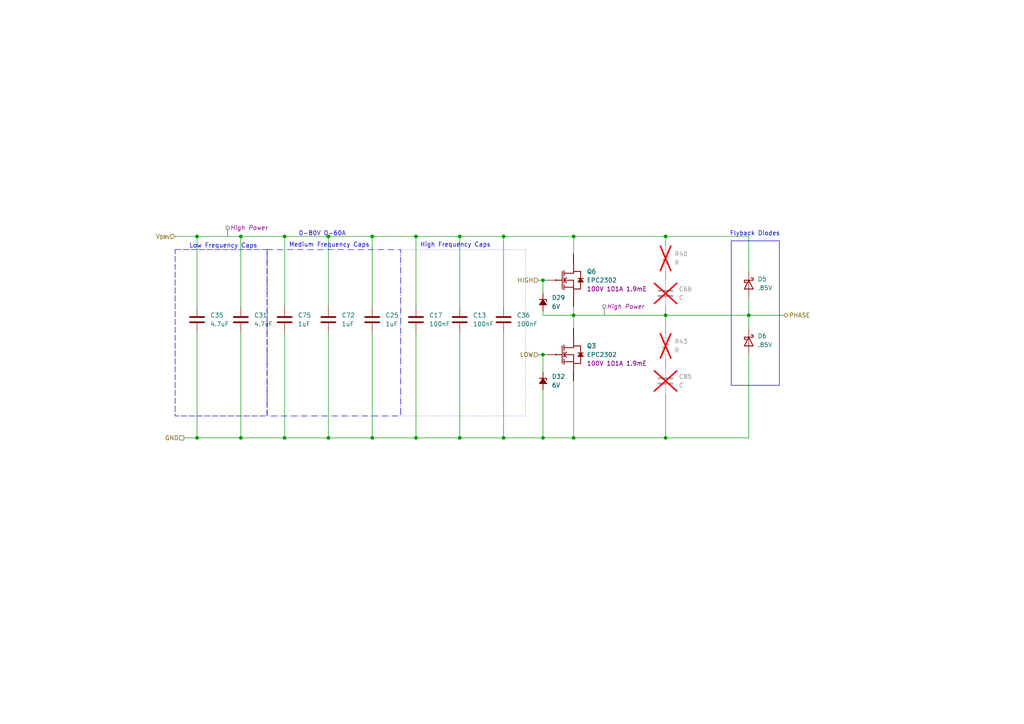
<source format=kicad_sch>
(kicad_sch (version 20231120) (generator "eeschema") (generator_version "8.0")
  (paper "A4")
  (title_block (title "Phase Driver") (date "2024-05-19") (rev "1") (company "Crab Labs") (comment 1 "Author: Orion Serup") (comment 2 "License: CERN-OHL-W-2.0"))
  (lib_symbols
    (symbol "Device:C" (pin_numbers hide) (pin_names (offset 0.254))
      (property "Reference" "C" (at 0.635 2.54 0))
      (property "Value" "C" (at 0.635 -2.54 0))
      (symbol "C_0_1"
        (polyline (pts (xy -2.032 -0.762) (xy 2.032 -0.762)) (stroke (width 0.508)))
        (polyline (pts (xy -2.032 0.762) (xy 2.032 0.762)) (stroke (width 0.508)))
      )
      (symbol "C_1_1"
        (pin passive line (at 0 3.81 270) (length 2.794) (name "~") (number "1"))
        (pin passive line (at 0 -3.81 90) (length 2.794) (name "~") (number "2"))
      )
    )
    (symbol "Device:D_Schottky" (pin_numbers hide) (pin_names (offset 1.016) hide)
      (property "Reference" "D" (at 0 2.54 0))
      (property "Value" "D_Schottky" (at 0 -2.54 0))
      (symbol "D_Schottky_0_1"
        (polyline (pts (xy 1.27 0) (xy -1.27 0)))
        (polyline (pts (xy 1.27 1.27) (xy 1.27 -1.27) (xy -1.27 0) (xy 1.27 1.27)) (stroke (width 0.254)))
        (polyline (pts (xy -1.905 0.635) (xy -1.905 1.27) (xy -1.27 1.27) (xy -1.27 -1.27) (xy -0.635 -1.27) (xy -0.635 -0.635)) (stroke (width 0.254)))
      )
      (symbol "D_Schottky_1_1"
        (pin passive line (at -3.81 0 0) (length 2.54) (name "K") (number "1"))
        (pin passive line (at 3.81 0 180) (length 2.54) (name "A") (number "2"))
      )
    )
    (symbol "Device:D_Zener_Small_Filled" (pin_numbers hide) (pin_names (offset 0.254) hide)
      (property "Reference" "D" (at 0 2.286 0))
      (property "Value" "D_Zener_Small_Filled" (at 0 -2.286 0))
      (symbol "D_Zener_Small_Filled_0_1"
        (polyline (pts (xy 0.762 0) (xy -0.762 0)))
        (polyline (pts (xy -0.254 1.016) (xy -0.762 1.016) (xy -0.762 -1.016)) (stroke (width 0.254)))
        (polyline (pts (xy 0.762 1.016) (xy -0.762 0) (xy 0.762 -1.016) (xy 0.762 1.016)) (stroke (width 0.254)) (fill (type outline)))
      )
      (symbol "D_Zener_Small_Filled_1_1"
        (pin passive line (at -2.54 0 0) (length 1.778) (name "K") (number "1"))
        (pin passive line (at 2.54 0 180) (length 1.778) (name "A") (number "2"))
      )
    )
    (symbol "Device:R_US" (pin_numbers hide) (pin_names (offset 0))
      (property "Reference" "R" (at 2.54 0 90))
      (property "Value" "R_US" (at -2.54 0 90))
      (symbol "R_US_0_1"
        (polyline (pts (xy 0 -2.286) (xy 0 -2.54)))
        (polyline (pts (xy 0 2.286) (xy 0 2.54)))
        (polyline (pts (xy 0 -0.762) (xy 1.016 -1.143) (xy 0 -1.524) (xy -1.016 -1.905) (xy 0 -2.286)))
        (polyline (pts (xy 0 0.762) (xy 1.016 0.381) (xy 0 0) (xy -1.016 -0.381) (xy 0 -0.762)))
        (polyline (pts (xy 0 2.286) (xy 1.016 1.905) (xy 0 1.524) (xy -1.016 1.143) (xy 0 0.762)))
      )
      (symbol "R_US_1_1"
        (pin passive line (at 0 3.81 270) (length 1.27) (name "~") (number "1"))
        (pin passive line (at 0 -3.81 90) (length 1.27) (name "~") (number "2"))
      )
    )
    (symbol "EPC_FETs:EPC2302"
      (property "Reference" "Q" (at 3.556 1.8796 0))
      (property "Value" "EPC2302" (at 7.2136 -0.1016 0))
      (property "Description" "100V 101A 1.9mE" (at 11.5824 -1.9304 0))
      (symbol "EPC2302_1_0"
        (arc (start -5.0996 0.2128) (mid -5.1039 0.0331) (end -5.1019 -0.1467) (stroke (width 0.254)))
        (polyline (pts (xy -5.08 0) (xy -3.302 0)) (stroke (width 0.254)))
        (polyline (pts (xy -3.302 2.54) (xy -3.302 -2.54)) (stroke (width 0.254)))
        (polyline (pts (xy -2.794 -2.794) (xy -2.794 -1.27)) (stroke (width 0.254)))
        (polyline (pts (xy -2.794 -2.032) (xy 0 -2.032)) (stroke (width 0.254)))
        (polyline (pts (xy -2.794 -0.762) (xy -2.794 0.762)) (stroke (width 0.254)))
        (polyline (pts (xy -2.794 0) (xy -2.032 0.762)) (stroke (width 0.254)))
        (polyline (pts (xy -2.794 0) (xy 0 0)) (stroke (width 0.254)))
        (polyline (pts (xy -2.794 1.27) (xy -2.794 2.794)) (stroke (width 0.254)))
        (polyline (pts (xy -2.032 -0.762) (xy -2.794 0)) (stroke (width 0.254)))
        (polyline (pts (xy 0 -2.54) (xy 2.032 -2.54)) (stroke (width 0.254)))
        (polyline (pts (xy 0 0) (xy 0 -5.08)) (stroke (width 0.254)))
        (polyline (pts (xy 0 2.032) (xy -2.794 2.032)) (stroke (width 0.254)))
        (polyline (pts (xy 0 2.032) (xy 0 5.08)) (stroke (width 0.254)))
        (polyline (pts (xy 0 2.54) (xy 2.032 2.54)) (stroke (width 0.254)))
        (polyline (pts (xy 2.032 -0.508) (xy 2.032 -2.54)) (stroke (width 0.254)))
        (polyline (pts (xy 2.032 2.54) (xy 2.032 0.508)) (stroke (width 0.254)))
        (polyline (pts (xy 2.794 0.508) (xy 1.27 0.508)) (stroke (width 0.254)))
        (polyline (pts (xy 2.032 0.508) (xy 1.27 -0.508) (xy 2.794 -0.508) (xy 2.032 0.508)) (stroke (width 0.254)) (fill (type outline)))
        (pin passive line (at -7.62 0 0) (length 2.54) (name "G") (number "1"))
        (pin passive line (at 0 -7.62 90) (length 2.54) (name "S") (number "2"))
        (pin passive line (at 0 7.62 270) (length 2.54) (name "D") (number "3"))
        (pin passive line (at 0 -7.62 90) (length 2.54) (name "S") (number "4"))
        (pin passive line (at 0 7.62 270) (length 2.54) (name "D") (number "5"))
        (pin passive line (at 0 -7.62 90) (length 2.54) (name "S") (number "6"))
        (pin passive line (at 0 7.62 270) (length 2.54) (name "D") (number "7"))
      )
    )
  )
  (junction (at 193.04 91.44))
  (junction (at 166.37 68.58))
  (junction (at 120.65 127))
  (junction (at 82.55 68.58))
  (junction (at 57.15 127))
  (junction (at 146.05 68.58))
  (junction (at 146.05 127))
  (junction (at 95.25 68.58))
  (junction (at 82.55 127))
  (junction (at 57.15 68.58))
  (junction (at 193.04 127))
  (junction (at 120.65 68.58))
  (junction (at 157.48 81.28))
  (junction (at 166.37 91.44))
  (junction (at 157.48 102.87))
  (junction (at 69.85 127))
  (junction (at 193.04 68.58))
  (junction (at 133.35 127))
  (junction (at 69.85 68.58))
  (junction (at 133.35 68.58))
  (junction (at 107.95 68.58))
  (junction (at 95.25 127))
  (junction (at 166.37 127))
  (junction (at 157.48 127))
  (junction (at 107.95 127))
  (junction (at 217.17 91.44))
  (wire (pts (xy 95.25 68.58) (xy 95.25 88.9)))
  (wire (pts (xy 193.04 81.28) (xy 193.04 78.74)))
  (wire (pts (xy 69.85 96.52) (xy 69.85 127)))
  (wire (pts (xy 157.48 81.28) (xy 158.75 81.28)))
  (wire (pts (xy 95.25 96.52) (xy 95.25 127)))
  (wire (pts (xy 146.05 68.58) (xy 146.05 88.9)))
  (wire (pts (xy 217.17 91.44) (xy 217.17 95.25)))
  (wire (pts (xy 157.48 85.09) (xy 157.48 81.28)))
  (wire (pts (xy 166.37 68.58) (xy 166.37 73.66)))
  (wire (pts (xy 82.55 127) (xy 95.25 127)))
  (wire (pts (xy 157.48 113.03) (xy 157.48 127)))
  (wire (pts (xy 69.85 127) (xy 82.55 127)))
  (wire (pts (xy 95.25 127) (xy 107.95 127)))
  (wire (pts (xy 217.17 86.36) (xy 217.17 91.44)))
  (wire (pts (xy 82.55 96.52) (xy 82.55 127)))
  (wire (pts (xy 217.17 91.44) (xy 227.33 91.44)))
  (wire (pts (xy 193.04 68.58) (xy 193.04 71.12)))
  (wire (pts (xy 57.15 127) (xy 69.85 127)))
  (wire (pts (xy 107.95 127) (xy 120.65 127)))
  (wire (pts (xy 193.04 96.52) (xy 193.04 91.44)))
  (wire (pts (xy 69.85 68.58) (xy 69.85 88.9)))
  (wire (pts (xy 133.35 68.58) (xy 146.05 68.58)))
  (wire (pts (xy 133.35 96.52) (xy 133.35 127)))
  (wire (pts (xy 95.25 68.58) (xy 107.95 68.58)))
  (wire (pts (xy 107.95 96.52) (xy 107.95 127)))
  (wire (pts (xy 57.15 96.52) (xy 57.15 127)))
  (wire (pts (xy 166.37 91.44) (xy 193.04 91.44)))
  (wire (pts (xy 217.17 102.87) (xy 217.17 127)))
  (wire (pts (xy 156.21 81.28) (xy 157.48 81.28)))
  (wire (pts (xy 120.65 68.58) (xy 120.65 88.9)))
  (wire (pts (xy 217.17 68.58) (xy 217.17 78.74)))
  (wire (pts (xy 107.95 68.58) (xy 120.65 68.58)))
  (wire (pts (xy 69.85 68.58) (xy 82.55 68.58)))
  (wire (pts (xy 166.37 91.44) (xy 157.48 91.44)))
  (wire (pts (xy 82.55 68.58) (xy 95.25 68.58)))
  (wire (pts (xy 50.8 68.58) (xy 57.15 68.58)))
  (wire (pts (xy 82.55 68.58) (xy 82.55 88.9)))
  (wire (pts (xy 166.37 127) (xy 193.04 127)))
  (wire (pts (xy 146.05 96.52) (xy 146.05 127)))
  (wire (pts (xy 120.65 127) (xy 133.35 127)))
  (wire (pts (xy 193.04 114.3) (xy 193.04 127)))
  (wire (pts (xy 146.05 127) (xy 157.48 127)))
  (wire (pts (xy 156.21 102.87) (xy 157.48 102.87)))
  (wire (pts (xy 193.04 68.58) (xy 217.17 68.58)))
  (wire (pts (xy 193.04 91.44) (xy 217.17 91.44)))
  (wire (pts (xy 107.95 68.58) (xy 107.95 88.9)))
  (wire (pts (xy 193.04 88.9) (xy 193.04 91.44)))
  (wire (pts (xy 133.35 68.58) (xy 133.35 88.9)))
  (wire (pts (xy 166.37 88.9) (xy 166.37 91.44)))
  (wire (pts (xy 166.37 91.44) (xy 166.37 95.25)))
  (wire (pts (xy 166.37 110.49) (xy 166.37 127)))
  (wire (pts (xy 193.04 127) (xy 217.17 127)))
  (wire (pts (xy 146.05 68.58) (xy 166.37 68.58)))
  (wire (pts (xy 133.35 127) (xy 146.05 127)))
  (wire (pts (xy 120.65 96.52) (xy 120.65 127)))
  (wire (pts (xy 57.15 68.58) (xy 69.85 68.58)))
  (wire (pts (xy 157.48 127) (xy 166.37 127)))
  (wire (pts (xy 120.65 68.58) (xy 133.35 68.58)))
  (wire (pts (xy 53.34 127) (xy 57.15 127)))
  (wire (pts (xy 193.04 106.68) (xy 193.04 104.14)))
  (wire (pts (xy 166.37 68.58) (xy 193.04 68.58)))
  (wire (pts (xy 157.48 102.87) (xy 158.75 102.87)))
  (wire (pts (xy 157.48 91.44) (xy 157.48 90.17)))
  (wire (pts (xy 57.15 68.58) (xy 57.15 88.9)))
  (wire (pts (xy 157.48 107.95) (xy 157.48 102.87)))
  (rectangle (start 212.09 69.85) (end 226.06 111.76))
  (rectangle (start 77.47 72.39) (end 116.205 120.65) (stroke (width 0) (type dash_dot)))
  (rectangle (start 116.205 72.39) (end 152.4 120.65) (stroke (width 0) (type dot)))
  (rectangle (start 50.8 72.39) (end 77.47 120.65) (stroke (width 0) (type dash)))
  (text "0-80V 0-60A" (at 93.472 67.818 0) (effects (font (size 1.27 1.27))))
  (text "Medium Frequency Caps" (at 95.504 71.12 0) (effects (font (size 1.27 1.27))))
  (text "High Frequency Caps" (at 132.08 71.12 0) (effects (font (size 1.27 1.27))))
  (text "Low Frequency Caps" (at 64.77 71.374 0) (effects (font (size 1.27 1.27))))
  (text "Flyback Diodes" (at 218.948 67.818 0) (effects (font (size 1.27 1.27))))
  (hierarchical_label "HIGH" (shape input) (at 156.21 81.28 180))
  (hierarchical_label "PHASE" (shape bidirectional) (at 227.33 91.44 0))
  (hierarchical_label "V_{DRV}" (shape input) (at 50.8 68.58 180))
  (hierarchical_label "GND" (shape passive) (at 53.34 127 180))
  (hierarchical_label "LOW" (shape input) (at 156.21 102.87 180))
  (netclass_flag "" (length 2.54) (shape round) (at 175.26 91.44 0) (property "Netclass" "High Power" (at 175.9585 88.9 0) (effects (font (italic yes)) (justify left))))
  (netclass_flag "" (length 2.54) (shape round) (at 66.04 68.58 0) (property "Netclass" "High Power" (at 66.7385 66.04 0) (effects (font (italic yes)) (justify left))))
  (symbol (lib_id "Device:C") (at 133.35 92.71 0) (unit 1)
    (property "Reference" "C13" (at 137.16 91.4399 0) (effects (justify left)))
    (property "Value" "100nF" (at 137.16 93.9799 0) (effects (justify left)))
    (property "Footprint" "Capacitor_SMD:C_0603_1608Metric" (effects (hide yes)))
    (property "Description" "Unpolarized capacitor" (effects (hide yes)))
    (property "Rating" "100V" (effects (hide yes)))
    (property "Source" "LCSC" (effects (hide yes)))
    (property "Manufacturer_Part_Number" "CGA0603X7R104K101JT" (effects (hide yes)))
    (instances (project "OpenMD" (path "" (reference "C13") (unit 1)) (path "" (reference "C5") (unit 1)) (path "" (reference "C10") (unit 1))))
  )
  (symbol (lib_id "EPC_FETs:EPC2302") (at 166.37 81.28 0) (unit 1)
    (property "Reference" "Q6" (at 170.18 78.7399 0) (effects (justify left)))
    (property "Value" "EPC2302" (at 170.18 81.2799 0) (effects (justify left)))
    (property "Footprint" "EPC_FETs:D0606F_100V" (effects (hide yes)))
    (property "Description" "100V 101A 1.9mE" (at 170.18 83.8199 0) (effects (justify left)))
    (instances (project "" (path "" (reference "Q6") (unit 1)) (path "" (reference "Q4") (unit 1)) (path "" (reference "Q5") (unit 1))))
  )
  (symbol (lib_id "Device:R_US") (at 193.04 74.93 0) (unit 1) (in_bom no) (dnp yes)
    (property "Reference" "R38" (at 195.58 73.6599 0) (effects (justify left)))
    (property "Value" "R" (at 195.58 76.1999 0) (effects (justify left)))
    (property "Footprint" "Resistor_SMD:R_0603_1608Metric" (effects (hide yes)))
    (property "Description" "Resistor, US symbol" (effects (hide yes)))
    (instances (project "" (path "" (reference "R40") (unit 1)) (path "" (reference "R38") (unit 1)) (path "" (reference "R39") (unit 1))))
  )
  (symbol (lib_id "Device:D_Zener_Small_Filled") (at 157.48 87.63 270) (unit 1)
    (property "Reference" "D27" (at 160.02 86.3599 90) (effects (justify left)))
    (property "Value" "6V" (at 160.02 88.8999 90) (effects (justify left)))
    (property "Footprint" "Diode_SMD:D_SOD-323" (effects (hide yes)))
    (property "Description" "Zener diode, small symbol, filled shape" (effects (hide yes)))
    (instances (project "" (path "" (reference "D29") (unit 1)) (path "" (reference "D27") (unit 1)) (path "" (reference "D28") (unit 1))))
  )
  (symbol (lib_id "Device:D_Zener_Small_Filled") (at 157.48 110.49 270) (unit 1)
    (property "Reference" "D30" (at 160.02 109.2199 90) (effects (justify left)))
    (property "Value" "6V" (at 160.02 111.7599 90) (effects (justify left)))
    (property "Footprint" "Diode_SMD:D_SOD-323" (effects (hide yes)))
    (property "Description" "Zener diode, small symbol, filled shape" (effects (hide yes)))
    (instances (project "OpenMD" (path "" (reference "D32") (unit 1)) (path "" (reference "D30") (unit 1)) (path "" (reference "D31") (unit 1))))
  )
  (symbol (lib_id "Device:D_Schottky") (at 217.17 99.06 270) (unit 1)
    (property "Reference" "D6" (at 219.71 97.4724 90) (effects (justify left)))
    (property "Value" ".85V" (at 219.71 100.0124 90) (effects (justify left)))
    (property "Footprint" "Diode_SMD:D_SMB" (effects (hide yes)))
    (property "Description" "Schottky diode" (effects (hide yes)))
    (property "Rating" "3A" (effects (hide yes)))
    (property "Manufacturer_Part_Number" "SS310" (effects (hide yes)))
    (property "Source" "LCSC" (effects (hide yes)))
    (instances (project "OpenMD" (path "" (reference "D6") (unit 1)) (path "" (reference "D2") (unit 1)) (path "" (reference "D4") (unit 1))))
  )
  (symbol (lib_id "Device:D_Schottky") (at 217.17 82.55 270) (unit 1)
    (property "Reference" "D5" (at 219.71 80.9624 90) (effects (justify left)))
    (property "Value" ".85V" (at 219.71 83.5024 90) (effects (justify left)))
    (property "Footprint" "Diode_SMD:D_SMB" (effects (hide yes)))
    (property "Description" "Schottky diode" (effects (hide yes)))
    (property "Rating" "3A" (effects (hide yes)))
    (property "Manufacturer_Part_Number" "SS310" (effects (hide yes)))
    (property "Source" "LCSC" (effects (hide yes)))
    (instances (project "OpenMD" (path "" (reference "D5") (unit 1)) (path "" (reference "D1") (unit 1)) (path "" (reference "D3") (unit 1))))
  )
  (symbol (lib_id "Device:C") (at 146.05 92.71 0) (unit 1)
    (property "Reference" "C36" (at 149.86 91.4399 0) (effects (justify left)))
    (property "Value" "100nF" (at 149.86 93.9799 0) (effects (justify left)))
    (property "Footprint" "Capacitor_SMD:C_0603_1608Metric" (effects (hide yes)))
    (property "Description" "Unpolarized capacitor" (effects (hide yes)))
    (property "Rating" "100V" (effects (hide yes)))
    (property "Source" "LCSC" (effects (hide yes)))
    (property "Manufacturer_Part_Number" "CGA0603X7R104K101JT" (effects (hide yes)))
    (instances (project "OpenMD" (path "" (reference "C36") (unit 1)) (path "" (reference "C30") (unit 1)) (path "" (reference "C33") (unit 1))))
  )
  (symbol (lib_id "Device:C") (at 120.65 92.71 0) (unit 1)
    (property "Reference" "C17" (at 124.46 91.4399 0) (effects (justify left)))
    (property "Value" "100nF" (at 124.46 93.9799 0) (effects (justify left)))
    (property "Footprint" "Capacitor_SMD:C_0603_1608Metric" (effects (hide yes)))
    (property "Description" "Unpolarized capacitor" (effects (hide yes)))
    (property "Rating" "100V" (effects (hide yes)))
    (property "Source" "LCSC" (effects (hide yes)))
    (property "Manufacturer_Part_Number" "CGA0603X7R104K101JT" (effects (hide yes)))
    (instances (project "OpenMD" (path "" (reference "C17") (unit 1)) (path "" (reference "C14") (unit 1)) (path "" (reference "C16") (unit 1))))
  )
  (symbol (lib_id "Device:C") (at 57.15 92.71 0) (unit 1)
    (property "Reference" "C35" (at 60.96 91.4399 0) (effects (justify left)))
    (property "Value" "4.7uF" (at 60.96 93.9799 0) (effects (justify left)))
    (property "Footprint" "Capacitor_SMD:C_1210_3225Metric" (effects (hide yes)))
    (property "Description" "Unpolarized capacitor" (effects (hide yes)))
    (property "Rating" "100V" (effects (hide yes)))
    (property "Manufacturer_Part_Number" "FS32X475K101EGG" (effects (hide yes)))
    (property "Source" "LCSC" (effects (hide yes)))
    (instances (project "OpenMD" (path "" (reference "C35") (unit 1)) (path "" (reference "C32") (unit 1)) (path "" (reference "C34") (unit 1))))
  )
  (symbol (lib_id "EPC_FETs:EPC2302") (at 166.37 102.87 0) (unit 1)
    (property "Reference" "Q3" (at 170.18 100.3299 0) (effects (justify left)))
    (property "Value" "EPC2302" (at 170.18 102.8699 0) (effects (justify left)))
    (property "Footprint" "EPC_FETs:D0606F_100V" (effects (hide yes)))
    (property "Description" "100V 101A 1.9mE" (at 170.18 105.4099 0) (effects (justify left)))
    (instances (project "OpenMD" (path "" (reference "Q3") (unit 1)) (path "" (reference "Q1") (unit 1)) (path "" (reference "Q2") (unit 1))))
  )
  (symbol (lib_id "Device:C") (at 82.55 92.71 0) (unit 1)
    (property "Reference" "C75" (at 86.36 91.4399 0) (effects (justify left)))
    (property "Value" "1uF" (at 86.36 93.9799 0) (effects (justify left)))
    (property "Footprint" "Capacitor_SMD:C_0805_2012Metric" (effects (hide yes)))
    (property "Description" "Unpolarized capacitor" (effects (hide yes)))
    (property "Rating" "100V" (effects (hide yes)))
    (property "Manufacturer_Part_Number" "HHV0805R7105K101NSLJ" (effects (hide yes)))
    (property "Source" "LCSC" (effects (hide yes)))
    (instances (project "OpenMD" (path "" (reference "C75") (unit 1)) (path "" (reference "C73") (unit 1)) (path "" (reference "C74") (unit 1))))
  )
  (symbol (lib_id "Device:C") (at 69.85 92.71 0) (unit 1)
    (property "Reference" "C31" (at 73.66 91.4399 0) (effects (justify left)))
    (property "Value" "4.7uF" (at 73.66 93.9799 0) (effects (justify left)))
    (property "Footprint" "Capacitor_SMD:C_1210_3225Metric" (effects (hide yes)))
    (property "Description" "Unpolarized capacitor" (effects (hide yes)))
    (property "Rating" "100V" (effects (hide yes)))
    (property "Manufacturer_Part_Number" "FS32X475K101EGG" (effects (hide yes)))
    (property "Source" "LCSC" (effects (hide yes)))
    (instances (project "OpenMD" (path "" (reference "C31") (unit 1)) (path "" (reference "C28") (unit 1)) (path "" (reference "C29") (unit 1))))
  )
  (symbol (lib_id "Device:C") (at 193.04 85.09 0) (unit 1) (in_bom no) (dnp yes)
    (property "Reference" "C56" (at 196.85 83.8199 0) (effects (justify left)))
    (property "Value" "C" (at 196.85 86.3599 0) (effects (justify left)))
    (property "Footprint" "Capacitor_SMD:C_0603_1608Metric" (effects (hide yes)))
    (property "Description" "Unpolarized capacitor" (effects (hide yes)))
    (instances (project "" (path "" (reference "C66") (unit 1)) (path "" (reference "C56") (unit 1)) (path "" (reference "C61") (unit 1))))
  )
  (symbol (lib_id "Device:C") (at 107.95 92.71 0) (unit 1)
    (property "Reference" "C25" (at 111.76 91.4399 0) (effects (justify left)))
    (property "Value" "1uF" (at 111.76 93.9799 0) (effects (justify left)))
    (property "Footprint" "Capacitor_SMD:C_0805_2012Metric" (effects (hide yes)))
    (property "Description" "Unpolarized capacitor" (effects (hide yes)))
    (property "Rating" "100V" (effects (hide yes)))
    (property "Manufacturer_Part_Number" "HHV0805R7105K101NSLJ" (effects (hide yes)))
    (property "Source" "LCSC" (effects (hide yes)))
    (instances (project "OpenMD" (path "" (reference "C25") (unit 1)) (path "" (reference "C20") (unit 1)) (path "" (reference "C22") (unit 1))))
  )
  (symbol (lib_id "Device:R_US") (at 193.04 100.33 0) (unit 1) (in_bom no) (dnp yes)
    (property "Reference" "R41" (at 195.58 99.0599 0) (effects (justify left)))
    (property "Value" "R" (at 195.58 101.5999 0) (effects (justify left)))
    (property "Footprint" "Resistor_SMD:R_0603_1608Metric" (effects (hide yes)))
    (property "Description" "Resistor, US symbol" (effects (hide yes)))
    (instances (project "OpenMD" (path "" (reference "R43") (unit 1)) (path "" (reference "R41") (unit 1)) (path "" (reference "R42") (unit 1))))
  )
  (symbol (lib_id "Device:C") (at 95.25 92.71 0) (unit 1)
    (property "Reference" "C72" (at 99.06 91.4399 0) (effects (justify left)))
    (property "Value" "1uF" (at 99.06 93.9799 0) (effects (justify left)))
    (property "Footprint" "Capacitor_SMD:C_0805_2012Metric" (effects (hide yes)))
    (property "Description" "Unpolarized capacitor" (effects (hide yes)))
    (property "Rating" "100V" (effects (hide yes)))
    (property "Manufacturer_Part_Number" "HHV0805R7105K101NSLJ" (effects (hide yes)))
    (property "Source" "LCSC" (effects (hide yes)))
    (instances (project "OpenMD" (path "" (reference "C72") (unit 1)) (path "" (reference "C70") (unit 1)) (path "" (reference "C71") (unit 1))))
  )
  (symbol (lib_id "Device:C") (at 193.04 110.49 0) (unit 1) (in_bom no) (dnp yes)
    (property "Reference" "C83" (at 196.85 109.2199 0) (effects (justify left)))
    (property "Value" "C" (at 196.85 111.7599 0) (effects (justify left)))
    (property "Footprint" "Capacitor_SMD:C_0603_1608Metric" (effects (hide yes)))
    (property "Description" "Unpolarized capacitor" (effects (hide yes)))
    (instances (project "OpenMD" (path "" (reference "C85") (unit 1)) (path "" (reference "C83") (unit 1)) (path "" (reference "C84") (unit 1))))
  )
)
</source>
